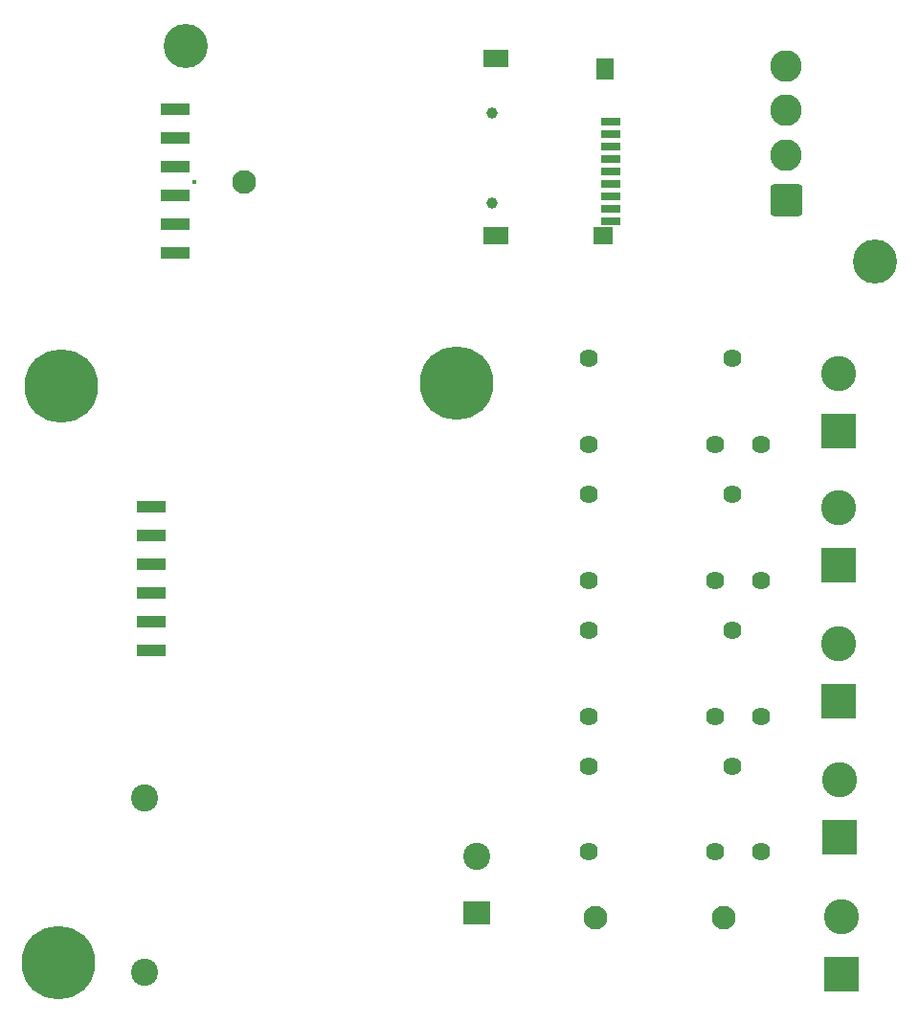
<source format=gbr>
G04 #@! TF.GenerationSoftware,KiCad,Pcbnew,(5.1.6)-1*
G04 #@! TF.CreationDate,2021-01-22T22:35:21+07:00*
G04 #@! TF.ProjectId,penelize-esp-led-strip,70656e65-6c69-47a6-952d-6573702d6c65,rev?*
G04 #@! TF.SameCoordinates,Original*
G04 #@! TF.FileFunction,Soldermask,Bot*
G04 #@! TF.FilePolarity,Negative*
%FSLAX46Y46*%
G04 Gerber Fmt 4.6, Leading zero omitted, Abs format (unit mm)*
G04 Created by KiCad (PCBNEW (5.1.6)-1) date 2021-01-22 22:35:21*
%MOMM*%
%LPD*%
G01*
G04 APERTURE LIST*
%ADD10C,6.500000*%
%ADD11C,0.900000*%
%ADD12R,2.600000X1.100000*%
%ADD13C,3.100000*%
%ADD14R,3.100000X3.100000*%
%ADD15C,2.400000*%
%ADD16R,2.400000X2.100000*%
%ADD17C,2.100000*%
%ADD18C,1.624000*%
%ADD19C,3.900000*%
%ADD20O,0.400000X0.400000*%
%ADD21C,2.800000*%
%ADD22R,1.700000X0.800000*%
%ADD23R,1.700000X1.500000*%
%ADD24R,2.300000X1.500000*%
%ADD25R,1.500000X1.900000*%
%ADD26C,1.000000*%
G04 APERTURE END LIST*
D10*
G04 #@! TO.C,H1*
X88800000Y-136000000D03*
D11*
X91200000Y-136000000D03*
X90497056Y-137697056D03*
X88800000Y-138400000D03*
X87102944Y-137697056D03*
X86400000Y-136000000D03*
X87102944Y-134302944D03*
X88800000Y-133600000D03*
X90497056Y-134302944D03*
G04 #@! TD*
G04 #@! TO.C,H2*
X125697056Y-83102944D03*
X124000000Y-82400000D03*
X122302944Y-83102944D03*
X121600000Y-84800000D03*
X122302944Y-86497056D03*
X124000000Y-87200000D03*
X125697056Y-86497056D03*
X126400000Y-84800000D03*
D10*
X124000000Y-84800000D03*
G04 #@! TD*
D12*
G04 #@! TO.C,J1*
X97000000Y-95650000D03*
X97000000Y-98190000D03*
X97000000Y-100730000D03*
X97000000Y-103270000D03*
X97000000Y-105810000D03*
X97000000Y-108350000D03*
G04 #@! TD*
D13*
G04 #@! TO.C,J2*
X157800000Y-107800000D03*
D14*
X157800000Y-112880000D03*
G04 #@! TD*
G04 #@! TO.C,J3*
X157750000Y-89030000D03*
D13*
X157750000Y-83950000D03*
G04 #@! TD*
G04 #@! TO.C,J4*
X158000000Y-131920000D03*
D14*
X158000000Y-137000000D03*
G04 #@! TD*
G04 #@! TO.C,J5*
X157850000Y-124880000D03*
D13*
X157850000Y-119800000D03*
G04 #@! TD*
D14*
G04 #@! TO.C,J6*
X157800000Y-100880000D03*
D13*
X157800000Y-95800000D03*
G04 #@! TD*
D15*
G04 #@! TO.C,PS1*
X96400000Y-136800000D03*
D16*
X125800000Y-131600000D03*
D15*
X125800000Y-126600000D03*
X96400000Y-121400000D03*
G04 #@! TD*
D17*
G04 #@! TO.C,F1*
X136250000Y-132000000D03*
X147650000Y-132000000D03*
G04 #@! TD*
D18*
G04 #@! TO.C,K1*
X150940000Y-114200000D03*
X146900000Y-114200000D03*
X148400000Y-106600000D03*
X135700000Y-114200000D03*
X135700000Y-106600000D03*
G04 #@! TD*
G04 #@! TO.C,K2*
X135700000Y-82600000D03*
X135700000Y-90200000D03*
X148400000Y-82600000D03*
X146900000Y-90200000D03*
X150940000Y-90200000D03*
G04 #@! TD*
G04 #@! TO.C,K3*
X135700000Y-118600000D03*
X135700000Y-126200000D03*
X148400000Y-118600000D03*
X146900000Y-126200000D03*
X150940000Y-126200000D03*
G04 #@! TD*
G04 #@! TO.C,K4*
X150890000Y-102200000D03*
X146850000Y-102200000D03*
X148350000Y-94600000D03*
X135650000Y-102200000D03*
X135650000Y-94600000D03*
G04 #@! TD*
D10*
G04 #@! TO.C,H3*
X89000000Y-85000000D03*
D11*
X91400000Y-85000000D03*
X90697056Y-86697056D03*
X89000000Y-87400000D03*
X87302944Y-86697056D03*
X86600000Y-85000000D03*
X87302944Y-83302944D03*
X89000000Y-82600000D03*
X90697056Y-83302944D03*
G04 #@! TD*
D19*
G04 #@! TO.C,H1*
X100000000Y-55000000D03*
G04 #@! TD*
G04 #@! TO.C,H2*
X161000000Y-74000000D03*
G04 #@! TD*
D20*
G04 #@! TO.C,J1*
X100787860Y-66971500D03*
D17*
X105187860Y-66971500D03*
G04 #@! TD*
G04 #@! TO.C,J3*
G36*
G01*
X154307540Y-69993940D02*
X152026060Y-69993940D01*
G75*
G02*
X151766800Y-69734680I0J259260D01*
G01*
X151766800Y-67453200D01*
G75*
G02*
X152026060Y-67193940I259260J0D01*
G01*
X154307540Y-67193940D01*
G75*
G02*
X154566800Y-67453200I0J-259260D01*
G01*
X154566800Y-69734680D01*
G75*
G02*
X154307540Y-69993940I-259260J0D01*
G01*
G37*
D21*
X153166800Y-64633940D03*
X153166800Y-60673940D03*
X153166800Y-56713940D03*
G04 #@! TD*
D22*
G04 #@! TO.C,J4*
X137591520Y-61667080D03*
X137591520Y-62767080D03*
X137591520Y-63867080D03*
X137591520Y-64967080D03*
X137591520Y-66067080D03*
X137591520Y-67167080D03*
X137591520Y-68267080D03*
X137591520Y-69367080D03*
X137591520Y-70467080D03*
D23*
X136991520Y-71767080D03*
D24*
X127491520Y-71767080D03*
D25*
X137091520Y-56967080D03*
D24*
X127491520Y-56067080D03*
D26*
X127091520Y-68867080D03*
X127091520Y-60867080D03*
G04 #@! TD*
D12*
G04 #@! TO.C,J2*
X99133880Y-60559640D03*
X99133880Y-63099640D03*
X99133880Y-65639640D03*
X99133880Y-68179640D03*
X99133880Y-70719640D03*
X99133880Y-73259640D03*
G04 #@! TD*
M02*

</source>
